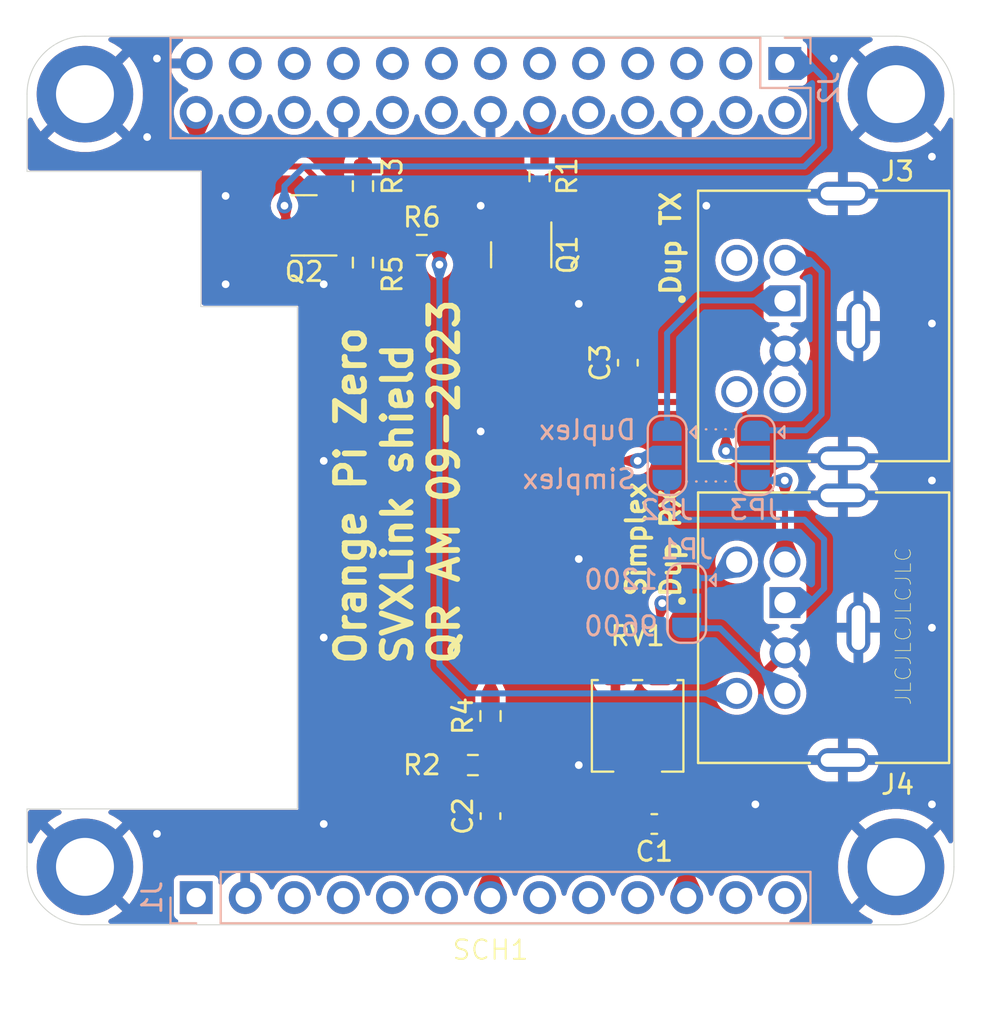
<source format=kicad_pcb>
(kicad_pcb (version 20221018) (generator pcbnew)
  (title_block (title "Shield OrangePi zero SvxLink") (date "2023-10-15") (rev "1.0") (comment 1 "Authors: Quentin Rahms, Alexis Moyart"))
  (layers (0 "F.Cu" signal) (31 "B.Cu" signal) (34 "B.Paste" user) (35 "F.Paste" user) (36 "B.SilkS" user "B.Silkscreen") (37 "F.SilkS" user "F.Silkscreen") (38 "B.Mask" user) (39 "F.Mask" user) (44 "Edge.Cuts" user))
  (net 0 "")
  (net 1 "Net-(C1-Pad2)")
  (net 2 "/AUDIO_IN")
  (net 3 "Net-(C2-Pad2)")
  (net 4 "/AUDIO_OUT")
  (net 5 "Net-(JP3-C)")
  (net 16 "+3.3V")
  (net 19 "/SQUELCH")
  (net 26 "/PTT")
  (net 37 "Net-(JP2-A)")
  (net 38 "Net-(JP3-A)")
  (net 42 "Net-(JP2-B)")
  (net 43 "Net-(JP3-B)")
  (net 44 "Net-(J4-Pad6)")
  (net 45 "GND")
  (net 46 "Net-(JP2-C)")
  (net 47 "Net-(Q1-B)")
  (net 48 "Net-(Q2-B)")
  (net 49 "Net-(JP1-B)")
  (net 50 "Net-(JP1-A)")
  (net 51 "Net-(JP1-C)")
  (footprint "Resistor_SMD:R_0603_1608Metric_Pad0.98x0.95mm_HandSolder" (layer "F.Cu") (at 157.48 101.092 90)
    (fp_text reference "R4" (at 0 -1.43 90) (layer "F.SilkS"))
    (fp_text value "10k")
    (fp_line (start -0.254724 -0.5225) (end 0.254724 -0.5225) (stroke (width 0.12)) (layer "F.SilkS"))
    (fp_line (start -0.254724 0.5225) (end 0.254724 0.5225) (stroke (width 0.12)) (layer "F.SilkS"))
    (pad "1" smd roundrect (at -0.9125 0 90) (size 0.975 0.95) (layers "F.Cu" "F.Paste" "F.Mask") (net 3 "Net-(C2-Pad2)"))
    (pad "2" smd roundrect (at 0.9125 0 90) (size 0.975 0.95) (layers "F.Cu" "F.Paste" "F.Mask") (net 46 "Net-(JP2-C)"))
  )
  (footprint "Resistor_SMD:R_0603_1608Metric_Pad0.98x0.95mm_HandSolder" (layer "F.Cu") (at 153.924 76.708)
    (fp_text reference "R6" (at 0 -1.43) (layer "F.SilkS"))
    (fp_text value "56k")
    (fp_line (start -0.254724 -0.5225) (end 0.254724 -0.5225) (stroke (width 0.12)) (layer "F.SilkS"))
    (fp_line (start -0.254724 0.5225) (end 0.254724 0.5225) (stroke (width 0.12)) (layer "F.SilkS"))
    (pad "1" smd roundrect (at -0.9125 0) (size 0.975 0.95) (layers "F.Cu" "F.Paste" "F.Mask") (net 48 "Net-(Q2-B)"))
    (pad "2" smd roundrect (at 0.9125 0) (size 0.975 0.95) (layers "F.Cu" "F.Paste" "F.Mask") (net 44 "Net-(J4-Pad6)"))
  )
  (footprint "Capacitor_SMD:C_0603_1608Metric_Pad1.08x0.95mm_HandSolder" (layer "F.Cu") (at 157.48 106.2725 90)
    (fp_text reference "C2" (at 0 -1.43 90) (layer "F.SilkS"))
    (fp_text value "470n")
    (fp_line (start -0.146267 -0.51) (end 0.146267 -0.51) (stroke (width 0.12)) (layer "F.SilkS"))
    (fp_line (start -0.146267 0.51) (end 0.146267 0.51) (stroke (width 0.12)) (layer "F.SilkS"))
    (pad "1" smd roundrect (at -0.8625 0 90) (size 1.075 0.95) (layers "F.Cu" "F.Paste" "F.Mask") (net 4 "/AUDIO_OUT"))
    (pad "2" smd roundrect (at 0.8625 0 90) (size 1.075 0.95) (layers "F.Cu" "F.Paste" "F.Mask") (net 3 "Net-(C2-Pad2)"))
  )
  (footprint "Resistor_SMD:R_0603_1608Metric_Pad0.98x0.95mm_HandSolder" (layer "F.Cu") (at 150.876 77.6205 -90)
    (fp_text reference "R5" (at 0.6115 -1.524 90) (layer "F.SilkS"))
    (fp_text value "220k")
    (fp_line (start -0.254724 -0.5225) (end 0.254724 -0.5225) (stroke (width 0.12)) (layer "F.SilkS"))
    (fp_line (start -0.254724 0.5225) (end 0.254724 0.5225) (stroke (width 0.12)) (layer "F.SilkS"))
    (pad "1" smd roundrect (at -0.9125 0 270) (size 0.975 0.95) (layers "F.Cu" "F.Paste" "F.Mask") (net 48 "Net-(Q2-B)"))
    (pad "2" smd roundrect (at 0.9125 0 270) (size 0.975 0.95) (layers "F.Cu" "F.Paste" "F.Mask") (net 45 "GND"))
  )
  (footprint "Orange-Pi-radio:DS1093-01" (layer "F.Cu") (at 176.53 96.52 90)
    (fp_text reference "J4" (at -8.128 2.032 180) (layer "F.SilkS"))
    (fp_text value "DS1093-01" hide)
    (fp_line (start -7 -8.3) (end 7 -8.3) (stroke (width 0.127)) (layer "F.SilkS"))
    (fp_line (start -7 -2.515) (end -7 -8.3) (stroke (width 0.127)) (layer "F.SilkS"))
    (fp_line (start -7 4.7) (end -7 0.915) (stroke (width 0.127)) (layer "F.SilkS"))
    (fp_line (start 7 -8.3) (end 7 -2.515) (stroke (width 0.127)) (layer "F.SilkS"))
    (fp_line (start 7 4.7) (end -7 4.7) (stroke (width 0.127)) (layer "F.SilkS"))
    (fp_line (start 7 4.7) (end 7 0.915) (stroke (width 0.127)) (layer "F.SilkS"))
    (fp_circle (center 1.384 -9.134) (end 1.484 -9.134) (stroke (width 0.2)) (fill none) (layer "F.SilkS"))
    (pad "1" thru_hole rect (at 1.3 -3.8 90) (size 1.6 1.6) (drill 1.1) (layers "*.Cu" "*.Mask") (net 42 "Net-(JP2-B)"))
    (pad "2" thru_hole circle (at -1.3 -3.8 90) (size 1.6 1.6) (drill 1.1) (layers "*.Cu" "*.Mask") (net 45 "GND"))
    (pad "3" thru_hole circle (at 3.4 -3.8 90) (size 1.6 1.6) (drill 1.1) (layers "*.Cu" "*.Mask") (net 43 "Net-(JP3-B)"))
    (pad "4" thru_hole circle (at -3.4 -3.8 90) (size 1.6 1.6) (drill 1.1) (layers "*.Cu" "*.Mask") (net 49 "Net-(JP1-B)"))
    (pad "5" thru_hole circle (at 3.4 -6.3 90) (size 1.6 1.6) (drill 1.1) (layers "*.Cu" "*.Mask") (net 50 "Net-(JP1-A)"))
    (pad "6" thru_hole circle (at -3.4 -6.3 90) (size 1.6 1.6) (drill 1.1) (layers "*.Cu" "*.Mask") (net 44 "Net-(J4-Pad6)"))
    (pad "S1" thru_hole oval (at 0 0 90) (size 2.73 1.23) (drill oval 2.3 0.7) (layers "*.Cu" "*.Mask") (net 45 "GND"))
    (pad "S2" thru_hole oval (at -6.85 -0.8 90) (size 1.23 2.73) (drill oval 0.7 2.3) (layers "*.Cu" "*.Mask") (net 45 "GND"))
    (pad "S3" thru_hole oval (at 6.85 -0.8 90) (size 1.23 2.73) (drill oval 0.7 2.3) (layers "*.Cu" "*.Mask") (net 45 "GND"))
  )
  (footprint "Orange-Pi-radio:OPi0_schield" (layer "F.Cu") (at 157.48 88.9)
    (fp_text reference "SCH1" (at 0 24.3 unlocked) (layer "F.SilkS") (effects (font (thickness 0.1))))
    (fp_text value "~")
    (fp_line (start -24 -20) (end -24 -16) (stroke (width 0.05)) (layer "Edge.Cuts"))
    (fp_line (start -24 -16) (end -15 -16) (stroke (width 0.05)) (layer "Edge.Cuts"))
    (fp_line (start -24 17) (end -10 17) (stroke (width 0.05)) (layer "Edge.Cuts"))
    (fp_line (start -24 20) (end -24 17) (stroke (width 0.05)) (layer "Edge.Cuts"))
    (fp_line (start -15 -16) (end -15 -9) (stroke (width 0.05)) (layer "Edge.Cuts"))
    (fp_line (start -15 -9) (end -10 -9) (stroke (width 0.05)) (layer "Edge.Cuts"))
    (fp_line (start -10 -9) (end -10 17) (stroke (width 0.05)) (layer "Edge.Cuts"))
    (fp_line (start 21 -23) (end -21 -23) (stroke (width 0.05)) (layer "Edge.Cuts"))
    (fp_line (start 21 23) (end -21 23) (stroke (width 0.05)) (layer "Edge.Cuts"))
    (fp_line (start 24 -20) (end 24 20) (stroke (width 0.05)) (layer "Edge.Cuts"))
    (fp_arc (start -24 -20) (mid -23.12132 -22.12132) (end -21 -23) (stroke (width 0.05)) (layer "Edge.Cuts"))
    (fp_arc (start -21 23) (mid -23.12132 22.12132) (end -24 20) (stroke (width 0.05)) (layer "Edge.Cuts"))
    (fp_arc (start 21 -23) (mid 23.12132 -22.12132) (end 24 -20) (stroke (width 0.05)) (layer "Edge.Cuts"))
    (fp_arc (start 24 20) (mid 23.12132 22.12132) (end 21 23) (stroke (width 0.05)) (layer "Edge.Cuts"))
    (pad "MH" thru_hole circle (at -21 -20) (size 5 5) (drill 3) (layers "*.Cu" "*.Mask") (net 45 "GND"))
    (pad "MH" thru_hole circle (at -21 20) (size 5 5) (drill 3) (layers "*.Cu" "*.Mask") (net 45 "GND"))
    (pad "MH" thru_hole circle (at 21 -20) (size 5 5) (drill 3) (layers "*.Cu" "*.Mask") (net 45 "GND"))
    (pad "MH" thru_hole circle (at 21 20) (size 5 5) (drill 3) (layers "*.Cu" "*.Mask") (net 45 "GND"))
    (zone (net 0) (net_name "") (layers "*.Cu") (connect_pads (clearance 0)) (min_thickness 0.25)
      (keepout (tracks not_allowed) (vias not_allowed) (pads not_allowed) (copperpour not_allowed) (footprints not_allowed))
      (fill (thermal_gap 0.5) (thermal_bridge_width 0.5))
      (polygon (pts (xy 133.48 72.9) (xy 142.48 72.9) (xy 142.48 79.9) (xy 147.48 79.9) (xy 147.48 105.9) (xy 133.48 105.9)))
    )
  )
  (footprint "Resistor_SMD:R_0603_1608Metric_Pad0.98x0.95mm_HandSolder" (layer "F.Cu") (at 156.5675 103.632 180)
    (fp_text reference "R2" (at 2.6435 0) (layer "F.SilkS"))
    (fp_text value "1k")
    (fp_line (start -0.254724 -0.5225) (end 0.254724 -0.5225) (stroke (width 0.12)) (layer "F.SilkS"))
    (fp_line (start -0.254724 0.5225) (end 0.254724 0.5225) (stroke (width 0.12)) (layer "F.SilkS"))
    (pad "1" smd roundrect (at -0.9125 0 180) (size 0.975 0.95) (layers "F.Cu" "F.Paste" "F.Mask") (net 3 "Net-(C2-Pad2)"))
    (pad "2" smd roundrect (at 0.9125 0 180) (size 0.975 0.95) (layers "F.Cu" "F.Paste" "F.Mask") (net 45 "GND"))
  )
  (footprint "Resistor_SMD:R_0603_1608Metric_Pad0.98x0.95mm_HandSolder" (layer "F.Cu") (at 150.876 73.66 90)
    (fp_text reference "R3" (at 0.508 1.524 90) (layer "F.SilkS"))
    (fp_text value "47k")
    (fp_line (start -0.254724 -0.5225) (end 0.254724 -0.5225) (stroke (width 0.12)) (layer "F.SilkS"))
    (fp_line (start -0.254724 0.5225) (end 0.254724 0.5225) (stroke (width 0.12)) (layer "F.SilkS"))
    (pad "1" smd roundrect (at -0.9125 0 90) (size 0.975 0.95) (layers "F.Cu" "F.Paste" "F.Mask") (net 19 "/SQUELCH"))
    (pad "2" smd roundrect (at 0.9125 0 90) (size 0.975 0.95) (layers "F.Cu" "F.Paste" "F.Mask") (net 45 "GND"))
  )
  (footprint "Orange-Pi-radio:DS1093-01" (layer "F.Cu") (at 176.53 80.9 90)
    (fp_text reference "J3" (at 8.002 2.032 180) (layer "F.SilkS"))
    (fp_text value "DS1093-01" hide)
    (fp_line (start -7 -8.3) (end 7 -8.3) (stroke (width 0.127)) (layer "F.SilkS"))
    (fp_line (start -7 -2.515) (end -7 -8.3) (stroke (width 0.127)) (layer "F.SilkS"))
    (fp_line (start -7 4.7) (end -7 0.915) (stroke (width 0.127)) (layer "F.SilkS"))
    (fp_line (start 7 -8.3) (end 7 -2.515) (stroke (width 0.127)) (layer "F.SilkS"))
    (fp_line (start 7 4.7) (end -7 4.7) (stroke (width 0.127)) (layer "F.SilkS"))
    (fp_line (start 7 4.7) (end 7 0.915) (stroke (width 0.127)) (layer "F.SilkS"))
    (fp_circle (center 1.384 -9.134) (end 1.484 -9.134) (stroke (width 0.2)) (fill none) (layer "F.SilkS"))
    (pad "1" thru_hole rect (at 1.3 -3.8 90) (size 1.6 1.6) (drill 1.1) (layers "*.Cu" "*.Mask") (net 37 "Net-(JP2-A)"))
    (pad "2" thru_hole circle (at -1.3 -3.8 90) (size 1.6 1.6) (drill 1.1) (layers "*.Cu" "*.Mask") (net 45 "GND"))
    (pad "3" thru_hole circle (at 3.4 -3.8 90) (size 1.6 1.6) (drill 1.1) (layers "*.Cu" "*.Mask") (net 38 "Net-(JP3-A)"))
    (pad "4" thru_hole circle (at -3.4 -3.8 90) (size 1.6 1.6) (drill 1.1) (layers "*.Cu" "*.Mask"))
    (pad "5" thru_hole circle (at 3.4 -6.3 90) (size 1.6 1.6) (drill 1.1) (layers "*.Cu" "*.Mask"))
    (pad "6" thru_hole circle (at -3.4 -6.3 90) (size 1.6 1.6) (drill 1.1) (layers "*.Cu" "*.Mask"))
    (pad "S1" thru_hole oval (at 0 0 90) (size 2.73 1.23) (drill oval 2.3 0.7) (layers "*.Cu" "*.Mask") (net 45 "GND"))
    (pad "S2" thru_hole oval (at -6.85 -0.8 90) (size 1.23 2.73) (drill oval 0.7 2.3) (layers "*.Cu" "*.Mask") (net 45 "GND"))
    (pad "S3" thru_hole oval (at 6.85 -0.8 90) (size 1.23 2.73) (drill oval 0.7 2.3) (layers "*.Cu" "*.Mask") (net 45 "GND"))
  )
  (footprint "Resistor_SMD:R_0603_1608Metric_Pad0.98x0.95mm_HandSolder" (layer "F.Cu") (at 160.02 73.152 -90)
    (fp_text reference "R1" (at 0 -1.43 90) (layer "F.SilkS"))
    (fp_text value "1k")
    (fp_line (start -0.254724 -0.5225) (end 0.254724 -0.5225) (stroke (width 0.12)) (layer "F.SilkS"))
    (fp_line (start -0.254724 0.5225) (end 0.254724 0.5225) (stroke (width 0.12)) (layer "F.SilkS"))
    (pad "1" smd roundrect (at -0.9125 0 270) (size 0.975 0.95) (layers "F.Cu" "F.Paste" "F.Mask") (net 26 "/PTT"))
    (pad "2" smd roundrect (at 0.9125 0 270) (size 0.975 0.95) (layers "F.Cu" "F.Paste" "F.Mask") (net 47 "Net-(Q1-B)"))
  )
  (footprint "Package_TO_SOT_SMD:SOT-23" (layer "F.Cu") (at 159.07 77.216 -90)
    (fp_text reference "Q1" (at 0 -2.4 90) (layer "F.SilkS"))
    (fp_text value "BC846")
    (fp_line (start 0 -1.56) (end -1.675 -1.56) (stroke (width 0.12)) (layer "F.SilkS"))
    (fp_line (start 0 -1.56) (end 0.65 -1.56) (stroke (width 0.12)) (layer "F.SilkS"))
    (fp_line (start 0 1.56) (end -0.65 1.56) (stroke (width 0.12)) (layer "F.SilkS"))
    (fp_line (start 0 1.56) (end 0.65 1.56) (stroke (width 0.12)) (layer "F.SilkS"))
    (pad "1" smd roundrect (at -0.9375 -0.95 270) (size 1.475 0.6) (layers "F.Cu" "F.Paste" "F.Mask") (net 47 "Net-(Q1-B)"))
    (pad "2" smd roundrect (at -0.9375 0.95 270) (size 1.475 0.6) (layers "F.Cu" "F.Paste" "F.Mask") (net 45 "GND"))
    (pad "3" smd roundrect (at 0.9375 0 270) (size 1.475 0.6) (layers "F.Cu" "F.Paste" "F.Mask") (net 5 "Net-(JP3-C)"))
  )
  (footprint "Potentiometer_SMD:Potentiometer_Bourns_3314G_Vertical" (layer "F.Cu") (at 165.1 101.6)
    (fp_text reference "RV1" (at 0 -4.65) (layer "F.SilkS"))
    (fp_text value "10k")
    (fp_line (start -2.37 -2.37) (end -2.37 2.37) (stroke (width 0.12)) (layer "F.SilkS"))
    (fp_line (start -2.37 -2.37) (end -2.06 -2.37) (stroke (width 0.12)) (layer "F.SilkS"))
    (fp_line (start -2.37 2.37) (end -1.26 2.37) (stroke (width 0.12)) (layer "F.SilkS"))
    (fp_line (start -0.24 -2.37) (end 0.24 -2.37) (stroke (width 0.12)) (layer "F.SilkS"))
    (fp_line (start 1.26 2.37) (end 2.37 2.37) (stroke (width 0.12)) (layer "F.SilkS"))
    (fp_line (start 2.06 -2.37) (end 2.37 -2.37) (stroke (width 0.12)) (layer "F.SilkS"))
    (fp_line (start 2.37 -2.37) (end 2.37 2.37) (stroke (width 0.12)) (layer "F.SilkS"))
    (pad "1" smd roundrect (at -1.15 -2.75) (size 1.3 1.3) (layers "F.Cu" "F.Paste" "F.Mask") (roundrect_rratio 0.1923076923) (net 45 "GND"))
    (pad "2" smd roundrect (at 0 2.75) (size 2 1.3) (layers "F.Cu" "F.Paste" "F.Mask") (roundrect_rratio 0.1923076923) (net 1 "Net-(C1-Pad2)"))
    (pad "3" smd roundrect (at 1.15 -2.75) (size 1.3 1.3) (layers "F.Cu" "F.Paste" "F.Mask") (roundrect_rratio 0.1923076923) (net 51 "Net-(JP1-C)"))
  )
  (footprint "Package_TO_SOT_SMD:SOT-23" (layer "F.Cu") (at 147.828 75.692 180)
    (fp_text reference "Q2" (at 0 -2.4) (layer "F.SilkS"))
    (fp_text value "BC846")
    (fp_line (start 0 -1.56) (end -1.675 -1.56) (stroke (width 0.12)) (layer "F.SilkS"))
    (fp_line (start 0 -1.56) (end 0.65 -1.56) (stroke (width 0.12)) (layer "F.SilkS"))
    (fp_line (start 0 1.56) (end -0.65 1.56) (stroke (width 0.12)) (layer "F.SilkS"))
    (fp_line (start 0 1.56) (end 0.65 1.56) (stroke (width 0.12)) (layer "F.SilkS"))
    (pad "1" smd roundrect (at -0.9375 -0.95 180) (size 1.475 0.6) (layers "F.Cu" "F.Paste" "F.Mask") (net 48 "Net-(Q2-B)"))
    (pad "2" smd roundrect (at -0.9375 0.95 180) (size 1.475 0.6) (layers "F.Cu" "F.Paste" "F.Mask") (net 19 "/SQUELCH"))
    (pad "3" smd roundrect (at 0.9375 0 180) (size 1.475 0.6) (layers "F.Cu" "F.Paste" "F.Mask") (net 16 "+3.3V"))
  )
  (footprint "Capacitor_SMD:C_0603_1608Metric_Pad1.08x0.95mm_HandSolder" (layer "F.Cu") (at 165.9625 106.68 180)
    (fp_text reference "C1" (at 0 -1.43) (layer "F.SilkS"))
    (fp_text value "470n")
    (fp_line (start -0.146267 -0.51) (end 0.146267 -0.51) (stroke (width 0.12)) (layer "F.SilkS"))
    (fp_line (start -0.146267 0.51) (end 0.146267 0.51) (stroke (width 0.12)) (layer "F.SilkS"))
    (pad "1" smd roundrect (at -0.8625 0 180) (size 1.075 0.95) (layers "F.Cu" "F.Paste" "F.Mask") (net 2 "/AUDIO_IN"))
    (pad "2" smd roundrect (at 0.8625 0 180) (size 1.075 0.95) (layers "F.Cu" "F.Paste" "F.Mask") (net 1 "Net-(C1-Pad2)"))
  )
  (footprint "Capacitor_SMD:C_0603_1608Metric_Pad1.08x0.95mm_HandSolder" (layer "F.Cu") (at 164.592 82.804 90)
    (fp_text reference "C3" (at 0 -1.43 90) (layer "F.SilkS"))
    (fp_text value "10n")
    (fp_line (start -0.146267 -0.51) (end 0.146267 -0.51) (stroke (width 0.12)) (layer "F.SilkS"))
    (fp_line (start -0.146267 0.51) (end 0.146267 0.51) (stroke (width 0.12)) (layer "F.SilkS"))
    (pad "1" smd roundrect (at -0.8625 0 90) (size 1.075 0.95) (layers "F.Cu" "F.Paste" "F.Mask") (net 5 "Net-(JP3-C)"))
    (pad "2" smd roundrect (at 0.8625 0 90) (size 1.075 0.95) (layers "F.Cu" "F.Paste" "F.Mask") (net 45 "GND"))
  )
  (footprint "Jumper:SolderJumper-3_P1.3mm_Bridged12_RoundedPad1.0x1.5mm" (layer "B.Cu") (at 167.64 95.25 -90)
    (fp_text reference "JP1" (at -2.794 0 -180) (layer "B.SilkS") (effects (justify mirror)))
    (fp_text value "SB_RXA")
    (fp_poly (pts (xy -0.9 0.3) (xy -0.4 0.3) (xy -0.4 -0.3) (xy -0.9 -0.3)) (fill solid) (layer "B.Cu"))
    (fp_line (start -2.05 -0.3) (end -2.05 0.3) (stroke (width 0.12)) (layer "B.SilkS"))
    (fp_line (start -1.5 -1.5) (end -0.9 -1.5) (stroke (width 0.12)) (layer "B.SilkS"))
    (fp_line (start -1.4 1) (end 1.4 1) (stroke (width 0.12)) (layer "B.SilkS"))
    (fp_line (start -1.2 -1.2) (end -1.5 -1.5) (stroke (width 0.12)) (layer "B.SilkS"))
    (fp_line (start -1.2 -1.2) (end -0.9 -1.5) (stroke (width 0.12)) (layer "B.SilkS"))
    (fp_line (start 1.4 -1) (end -1.4 -1) (stroke (width 0.12)) (layer "B.SilkS"))
    (fp_line (start 2.05 0.3) (end 2.05 -0.3) (stroke (width 0.12)) (layer "B.SilkS"))
    (fp_arc (start -2.05 -0.3) (mid -1.844975 -0.794975) (end -1.35 -1) (stroke (width 0.12)) (layer "B.SilkS"))
    (fp_arc (start -1.35 1) (mid -1.844975 0.794975) (end -2.05 0.3) (stroke (width 0.12)) (layer "B.SilkS"))
    (fp_arc (start 1.35 -1) (mid 1.844975 -0.794975) (end 2.05 -0.3) (stroke (width 0.12)) (layer "B.SilkS"))
    (fp_arc (start 2.05 0.3) (mid 1.844975 0.794975) (end 1.35 1) (stroke (width 0.12)) (layer "B.SilkS"))
    (pad "1" smd custom (at -1.3 0 270) (size 1 0.5) (layers "B.Cu" "B.Mask") (net 50 "Net-(JP1-A)") (options (clearance outline) (anchor rect)) (primitives (gr_circle (center 0 -0.25) (end 0.5 -0.25) (width 0) (fill yes)) (gr_circle (center 0 0.25) (end 0.5 0.25) (width 0) (fill yes)) (gr_poly (pts (xy 0.55 -0.75) (xy 0 -0.75) (xy 0 0.75) (xy 0.55 0.75)) (width 0) (fill yes))))
    (pad "2" smd rect (at 0 0 270) (size 1 1.5) (layers "B.Cu" "B.Mask") (net 51 "Net-(JP1-C)"))
    (pad "3" smd custom (at 1.3 0 270) (size 1 0.5) (layers "B.Cu" "B.Mask") (net 49 "Net-(JP1-B)") (options (clearance outline) (anchor rect)) (primitives (gr_circle (center 0 -0.25) (end 0.5 -0.25) (width 0) (fill yes)) (gr_circle (center 0 0.25) (end 0.5 0.25) (width 0) (fill yes)) (gr_poly (pts (xy 0 -0.75) (xy -0.55 -0.75) (xy -0.55 0.75) (xy 0 0.75)) (width 0) (fill yes))))
  )
  (footprint "Connector_PinSocket_2.54mm:PinSocket_2x13_P2.54mm_Vertical" (layer "B.Cu") (at 172.72 67.31 90)
    (fp_text reference "J2" (at -1.27 2.286 90) (layer "B.SilkS") (effects (justify mirror)))
    (fp_text value "OPi0_02x13")
    (fp_line (start -3.87 -31.81) (end 1.33 -31.81) (stroke (width 0.12)) (layer "B.SilkS"))
    (fp_line (start -3.87 1.33) (end -3.87 -31.81) (stroke (width 0.12)) (layer "B.SilkS"))
    (fp_line (start -3.87 1.33) (end -1.27 1.33) (stroke (width 0.12)) (layer "B.SilkS"))
    (fp_line (start -1.27 -1.27) (end 1.33 -1.27) (stroke (width 0.12)) (layer "B.SilkS"))
    (fp_line (start -1.27 1.33) (end -1.27 -1.27) (stroke (width 0.12)) (layer "B.SilkS"))
    (fp_line (start 0 1.33) (end 1.33 1.33) (stroke (width 0.12)) (layer "B.SilkS"))
    (fp_line (start 1.33 -1.27) (end 1.33 -31.81) (stroke (width 0.12)) (layer "B.SilkS"))
    (fp_line (start 1.33 1.33) (end 1.33 0) (stroke (width 0.12)) (layer "B.SilkS"))
    (pad "1" thru_hole rect (at 0 0 90) (size 1.7 1.7) (drill 1) (layers "*.Cu" "*.Mask") (net 16 "+3.3V"))
    (pad "2" thru_hole oval (at -2.54 0 90) (size 1.7 1.7) (drill 1) (layers "*.Cu" "*.Mask"))
    (pad "3" thru_hole oval (at 0 -2.54 90) (size 1.7 1.7) (drill 1) (layers "*.Cu" "*.Mask"))
    (pad "4" thru_hole oval (at -2.54 -2.54 90) (size 1.7 1.7) (drill 1) (layers "*.Cu" "*.Mask"))
    (pad "5" thru_hole oval (at 0 -5.08 90) (size 1.7 1.7) (drill 1) (layers "*.Cu" "*.Mask"))
    (pad "6" thru_hole oval (at -2.54 -5.08 90) (size 1.7 1.7) (drill 1) (layers "*.Cu" "*.Mask") (net 45 "GND"))
    (pad "7" thru_hole oval (at 0 -7.62 90) (size 1.7 1.7) (drill 1) (layers "*.Cu" "*.Mask"))
    (pad "8" thru_hole oval (at -2.54 -7.62 90) (size 1.7 1.7) (drill 1) (layers "*.Cu" "*.Mask"))
    (pad "9" thru_hole oval (at 0 -10.16 90) (size 1.7 1.7) (drill 1) (layers "*.Cu" "*.Mask") (net 45 "GND"))
    (pad "10" thru_hole oval (at -2.54 -10.16 90) (size 1.7 1.7) (drill 1) (layers "*.Cu" "*.Mask"))
    (pad "11" thru_hole oval (at 0 -12.7 90) (size 1.7 1.7) (drill 1) (layers "*.Cu" "*.Mask"))
    (pad "12" thru_hole oval (at -2.54 -12.7 90) (size 1.7 1.7) (drill 1) (layers "*.Cu" "*.Mask") (net 26 "/PTT"))
    (pad "13" thru_hole oval (at 0 -15.24 90) (size 1.7 1.7) (drill 1) (layers "*.Cu" "*.Mask"))
    (pad "14" thru_hole oval (at -2.54 -15.24 90) (size 1.7 1.7) (drill 1) (layers "*.Cu" "*.Mask") (net 45 "GND"))
    (pad "15" thru_hole oval (at 0 -17.78 90) (size 1.7 1.7) (drill 1) (layers "*.Cu" "*.Mask"))
    (pad "16" thru_hole oval (at -2.54 -17.78 90) (size 1.7 1.7) (drill 1) (layers "*.Cu" "*.Mask"))
    (pad "17" thru_hole oval (at 0 -20.32 90) (size 1.7 1.7) (drill 1) (layers "*.Cu" "*.Mask"))
    (pad "18" thru_hole oval (at -2.54 -20.32 90) (size 1.7 1.7) (drill 1) (layers "*.Cu" "*.Mask"))
    (pad "19" thru_hole oval (at 0 -22.86 90) (size 1.7 1.7) (drill 1) (layers "*.Cu" "*.Mask"))
    (pad "20" thru_hole oval (at -2.54 -22.86 90) (size 1.7 1.7) (drill 1) (layers "*.Cu" "*.Mask") (net 45 "GND"))
    (pad "21" thru_hole oval (at 0 -25.4 90) (size 1.7 1.7) (drill 1) (layers "*.Cu" "*.Mask"))
    (pad "22" thru_hole oval (at -2.54 -25.4 90) (size 1.7 1.7) (drill 1) (layers "*.Cu" "*.Mask"))
    (pad "23" thru_hole oval (at 0 -27.94 90) (size 1.7 1.7) (drill 1) (layers "*.Cu" "*.Mask"))
    (pad "24" thru_hole oval (at -2.54 -27.94 90) (size 1.7 1.7) (drill 1) (layers "*.Cu" "*.Mask"))
    (pad "25" thru_hole oval (at 0 -30.48 90) (size 1.7 1.7) (drill 1) (layers "*.Cu" "*.Mask") (net 45 "GND"))
    (pad "26" thru_hole oval (at -2.54 -30.48 90) (size 1.7 1.7) (drill 1) (layers "*.Cu" "*.Mask") (net 19 "/SQUELCH"))
  )
  (footprint "Connector_PinSocket_2.54mm:PinSocket_1x13_P2.54mm_Vertical" (layer "B.Cu") (at 142.24 110.49 -90)
    (fp_text reference "J1" (at 0 2.286 90) (layer "B.SilkS") (effects (justify mirror)))
    (fp_text value "OPi0_01x13")
    (fp_line (start -1.33 -31.81) (end 1.33 -31.81) (stroke (width 0.12)) (layer "B.SilkS"))
    (fp_line (start -1.33 -1.27) (end -1.33 -31.81) (stroke (width 0.12)) (layer "B.SilkS"))
    (fp_line (start -1.33 -1.27) (end 1.33 -1.27) (stroke (width 0.12)) (layer "B.SilkS"))
    (fp_line (start 0 1.33) (end 1.33 1.33) (stroke (width 0.12)) (layer "B.SilkS"))
    (fp_line (start 1.33 -1.27) (end 1.33 -31.81) (stroke (width 0.12)) (layer "B.SilkS"))
    (fp_line (start 1.33 1.33) (end 1.33 0) (stroke (width 0.12)) (layer "B.SilkS"))
    (pad "1" thru_hole rect (at 0 0 270) (size 1.7 1.7) (drill 1) (layers "*.Cu" "*.Mask"))
    (pad "2" thru_hole oval (at 0 -2.54 270) (size 1.7 1.7) (drill 1) (layers "*.Cu" "*.Mask") (net 45 "GND"))
    (pad "3" thru_hole oval (at 0 -5.08 270) (size 1.7 1.7) (drill 1) (layers "*.Cu" "*.Mask"))
    (pad "4" thru_hole oval (at 0 -7.62 270) (size 1.7 1.7) (drill 1) (layers "*.Cu" "*.Mask"))
    (pad "5" thru_hole oval (at 0 -10.16 270) (size 1.7 1.7) (drill 1) (layers "*.Cu" "*.Mask"))
    (pad "6" thru_hole oval (at 0 -12.7 270) (size 1.7 1.7) (drill 1) (layers "*.Cu" "*.Mask"))
    (pad "7" thru_hole oval (at 0 -15.24 270) (size 1.7 1.7) (drill 1) (layers "*.Cu" "*.Mask") (net 4 "/AUDIO_OUT"))
    (pad "8" thru_hole oval (at 0 -17.78 270) (size 1.7 1.7) (drill 1) (layers "*.Cu" "*.Mask"))
    (pad "9" thru_hole oval (at 0 -20.32 270) (size 1.7 1.7) (drill 1) (layers "*.Cu" "*.Mask"))
    (pad "10" thru_hole oval (at 0 -22.86 270) (size 1.7 1.7) (drill 1) (layers "*.Cu" "*.Mask"))
    (pad "11" thru_hole oval (at 0 -25.4 270) (size 1.7 1.7) (drill 1) (layers "*.Cu" "*.Mask") (net 2 "/AUDIO_IN"))
    (pad "12" thru_hole oval (at 0 -27.94 270) (size 1.7 1.7) (drill 1) (layers "*.Cu" "*.Mask"))
    (pad "13" thru_hole oval (at 0 -30.48 270) (size 1.7 1.7) (drill 1) (layers "*.Cu" "*.Mask"))
  )
  (footprint "Jumper:SolderJumper-3_P1.3mm_Open_RoundedPad1.0x1.5mm" (layer "B.Cu") (at 171.196 87.6 -90)
    (fp_text reference "JP3" (at 2.824 0 -180) (layer "B.SilkS") (effects (justify mirror)))
    (fp_text value "SB_PTT")
    (fp_line (start -2.05 -0.3) (end -2.05 0.3) (stroke (width 0.12)) (layer "B.SilkS"))
    (fp_line (start -1.5 -1.5) (end -0.9 -1.5) (stroke (width 0.12)) (layer "B.SilkS"))
    (fp_line (start -1.4 1) (end 1.4 1) (stroke (width 0.12)) (layer "B.SilkS"))
    (fp_line (start -1.2 -1.2) (end -1.5 -1.5) (stroke (width 0.12)) (layer "B.SilkS"))
    (fp_line (start -1.2 -1.2) (end -0.9 -1.5) (stroke (width 0.12)) (layer "B.SilkS"))
    (fp_line (start 1.4 -1) (end -1.4 -1) (stroke (width 0.12)) (layer "B.SilkS"))
    (fp_line (start 2.05 0.3) (end 2.05 -0.3) (stroke (width 0.12)) (layer "B.SilkS"))
    (fp_arc (start -2.05 -0.3) (mid -1.844975 -0.794975) (end -1.35 -1) (stroke (width 0.12)) (layer "B.SilkS"))
    (fp_arc (start -1.35 1) (mid -1.844975 0.794975) (end -2.05 0.3) (stroke (width 0.12)) (layer "B.SilkS"))
    (fp_arc (start 1.35 -1) (mid 1.844975 -0.794975) (end 2.05 -0.3) (stroke (width 0.12)) (layer "B.SilkS"))
    (fp_arc (start 2.05 0.3) (mid 1.844975 0.794975) (end 1.35 1) (stroke (width 0.12)) (layer "B.SilkS"))
    (pad "1" smd custom (at -1.3 0 270) (size 1 0.5) (layers "B.Cu" "B.Mask") (net 38 "Net-(JP3-A)") (options (clearance outline) (anchor rect)) (primitives (gr_circle (center 0 -0.25) (end 0.5 -0.25) (width 0) (fill yes)) (gr_circle (center 0 0.25) (end 0.5 0.25) (width 0) (fill yes)) (gr_poly (pts (xy 0.55 -0.75) (xy 0 -0.75) (xy 0 0.75) (xy 0.55 0.75)) (width 0) (fill yes))))
    (pad "2" smd rect (at 0 0 270) (size 1 1.5) (layers "B.Cu" "B.Mask") (net 5 "Net-(JP3-C)"))
    (pad "3" smd custom (at 1.3 0 270) (size 1 0.5) (layers "B.Cu" "B.Mask") (net 43 "Net-(JP3-B)") (options (clearance outline) (anchor rect)) (primitives (gr_circle (center 0 -0.25) (end 0.5 -0.25) (width 0) (fill yes)) (gr_circle (center 0 0.25) (end 0.5 0.25) (width 0) (fill yes)) (gr_poly (pts (xy 0 -0.75) (xy -0.55 -0.75) (xy -0.55 0.75) (xy 0 0.75)) (width 0) (fill yes))))
  )
  (footprint "Jumper:SolderJumper-3_P1.3mm_Open_RoundedPad1.0x1.5mm" (layer "B.Cu") (at 166.624 87.6 -90)
    (fp_text reference "JP2" (at 2.824 0 -180) (layer "B.SilkS") (effects (justify mirror)))
    (fp_text value "SB_TXA")
    (fp_line (start -2.05 -0.3) (end -2.05 0.3) (stroke (width 0.12)) (layer "B.SilkS"))
    (fp_line (start -1.5 -1.5) (end -0.9 -1.5) (stroke (width 0.12)) (layer "B.SilkS"))
    (fp_line (start -1.4 1) (end 1.4 1) (stroke (width 0.12)) (layer "B.SilkS"))
    (fp_line (start -1.2 -1.2) (end -1.5 -1.5) (stroke (width 0.12)) (layer "B.SilkS"))
    (fp_line (start -1.2 -1.2) (end -0.9 -1.5) (stroke (width 0.12)) (layer "B.SilkS"))
    (fp_line (start 1.4 -1) (end -1.4 -1) (stroke (width 0.12)) (layer "B.SilkS"))
    (fp_line (start 2.05 0.3) (end 2.05 -0.3) (stroke (width 0.12)) (layer "B.SilkS"))
    (fp_arc (start -2.05 -0.3) (mid -1.844975 -0.794975) (end -1.35 -1) (stroke (width 0.12)) (layer "B.SilkS"))
    (fp_arc (start -1.35 1) (mid -1.844975 0.794975) (end -2.05 0.3) (stroke (width 0.12)) (layer "B.SilkS"))
    (fp_arc (start 1.35 -1) (mid 1.844975 -0.794975) (end 2.05 -0.3) (stroke (width 0.12)) (layer "B.SilkS"))
    (fp_arc (start 2.05 0.3) (mid 1.844975 0.794975) (end 1.35 1) (stroke (width 0.12)) (layer "B.SilkS"))
    (pad "1" smd custom (at -1.3 0 270) (size 1 0.5) (layers "B.Cu" "B.Mask") (net 37 "Net-(JP2-A)") (options (clearance outline) (anchor rect)) (primitives (gr_circle (center 0 -0.25) (end 0.5 -0.25) (width 0) (fill yes)) (gr_circle (center 0 0.25) (end 0.5 0.25) (width 0) (fill yes)) (gr_poly (pts (xy 0.55 -0.75) (xy 0 -0.75) (xy 0 0.75) (xy 0.55 0.75)) (width 0) (fill yes))))
    (pad "2" smd rect (at 0 0 270) (size 1 1.5) (layers "B.Cu" "B.Mask") (net 46 "Net-(JP2-C)"))
    (pad "3" smd custom (at 1.3 0 270) (size 1 0.5) (layers "B.Cu" "B.Mask") (net 42 "Net-(JP2-B)") (options (clearance outline) (anchor rect)) (primitives (gr_circle (center 0 -0.25) (end 0.5 -0.25) (width 0) (fill yes)) (gr_circle (center 0 0.25) (end 0.5 0.25) (width 0) (fill yes)) (gr_poly (pts (xy 0 -0.75) (xy -0.55 -0.75) (xy -0.55 0.75) (xy 0 0.75)) (width 0) (fill yes))))
  )
  (gr_line (start 167.624 88.95) (end 170.196 88.95) (stroke (width 0.12) (type dot)) (layer "B.SilkS"))
  (gr_line (start 167.624 86.25) (end 170.196 86.25) (stroke (width 0.12) (type dot)) (layer "B.SilkS"))
  (gr_text "9600" (at 166.243 97.028) (layer "B.SilkS") (effects (font (size 1 1)) (justify left bottom mirror)))
  (gr_text "1200\n" (at 166.243 94.615) (layer "B.SilkS") (effects (font (size 1 1)) (justify left bottom mirror)))
  (gr_text "Simplex" (at 165.1 89.408) (layer "B.SilkS") (effects (font (size 1 1)) (justify left bottom mirror)))
  (gr_text "Duplex" (at 165.1 86.868) (layer "B.SilkS") (effects (font (size 1 1)) (justify left bottom mirror)))
  (gr_text "JLCJLCJLCJLC" (at 179.324 100.584 90) (layer "F.SilkS") (effects (font (size 0.8 0.8) (thickness 0.0375)) (justify left bottom)))
  (gr_text "Simplex" (at 165.608 94.996 90) (layer "F.SilkS") (effects (font (size 1 1) (thickness 0.2) bold) (justify left bottom)))
  (gr_text "Orange Pi Zero\nSVXLink shield\nQR AM 09-2023" (at 155.956 98.552 90) (layer "F.SilkS") (effects (font (size 1.5 1.5) (thickness 0.3) bold) (justify left bottom)))
  (gr_text "Dup RX" (at 167.396 95.036 90) (layer "F.SilkS") (effects (font (size 1 1) (thickness 0.2) bold) (justify left bottom)))
  (gr_text "Dup TX\n" (at 167.396 79.396 90) (layer "F.SilkS") (effects (font (size 1 1) (thickness 0.2) bold) (justify left bottom)))
  (segment (start 165.1 104.35) (end 165.1 106.68) (width 0.31) (layer "F.Cu") (net 1))
  (segment (start 167.64 107.495) (end 167.64 110.49) (width 0.31) (layer "F.Cu") (net 2))
  (segment (start 166.825 106.68) (end 167.64 107.495) (width 0.31) (layer "F.Cu") (net 2))
  (segment (start 157.48 102.0045) (end 157.48 103.632) (width 0.31) (layer "F.Cu") (net 3))
  (segment (start 157.48 103.632) (end 157.48 105.41) (width 0.31) (layer "F.Cu") (net 3))
  (segment (start 157.48 107.135) (end 157.48 110.49) (width 0.31) (layer "F.Cu") (net 4))
  (segment (start 159.07 83.378) (end 160.528 84.836) (width 0.31) (layer "F.Cu") (net 5))
  (segment (start 159.07 78.1535) (end 159.07 83.378) (width 0.31) (layer "F.Cu") (net 5))
  (segment (start 164.592 84.836) (end 168.148 84.836) (width 0.31) (layer "F.Cu") (net 5))
  (segment (start 164.592 83.6665) (end 164.592 84.836) (width 0.31) (layer "F.Cu") (net 5))
  (segment (start 160.528 84.836) (end 164.592 84.836) (width 0.31) (layer "F.Cu") (net 5))
  (segment (start 168.148 84.836) (end 169.672 86.36) (width 0.31) (layer "F.Cu") (net 5))
  (segment (start 169.672 86.36) (end 169.672 87.376) (width 0.31) (layer "F.Cu") (net 5))
  (via (at 169.672 87.376) (size 0.8) (drill 0.4) (layers "F.Cu" "B.Cu") (net 5))
  (segment (start 169.896 87.6) (end 169.672 87.376) (width 0.31) (layer "B.Cu") (net 5))
  (segment (start 171.196 87.6) (end 169.896 87.6) (width 0.31) (layer "B.Cu") (net 5))
  (segment (start 146.8905 75.692) (end 146.8905 74.7545) (width 0.31) (layer "F.Cu") (net 16))
  (segment (start 146.8905 74.7545) (end 146.812 74.676) (width 0.31) (layer "F.Cu") (net 16))
  (via (at 146.812 74.676) (size 0.8) (drill 0.4) (layers "F.Cu" "B.Cu") (net 16))
  (segment (start 174.752 71.628) (end 174.752 68.072) (width 0.31) (layer "B.Cu") (net 16))
  (segment (start 173.99 67.31) (end 172.72 67.31) (width 0.31) (layer "B.Cu") (net 16))
  (segment (start 174.752 68.072) (end 173.99 67.31) (width 0.31) (layer "B.Cu") (net 16))
  (segment (start 147.828 72.644) (end 173.736 72.644) (width 0.31) (layer "B.Cu") (net 16))
  (segment (start 146.812 74.676) (end 146.812 73.66) (width 0.31) (layer "B.Cu") (net 16))
  (segment (start 146.812 73.66) (end 147.828 72.644) (width 0.31) (layer "B.Cu") (net 16))
  (segment (start 173.736 72.644) (end 174.752 71.628) (width 0.31) (layer "B.Cu") (net 16))
  (segment (start 148.7655 74.742) (end 148.7655 73.5815) (width 0.31) (layer "F.Cu") (net 19))
  (segment (start 142.24 71.374) (end 142.24 69.85) (width 0.31) (layer "F.Cu") (net 19))
  (segment (start 143.51 72.644) (end 142.24 71.374) (width 0.31) (layer "F.Cu") (net 19))
  (segment (start 148.7655 74.742) (end 150.7065 74.742) (width 0.31) (layer "F.Cu") (net 19))
  (segment (start 148.7655 73.5815) (end 147.828 72.644) (width 0.31) (layer "F.Cu") (net 19))
  (segment (start 147.828 72.644) (end 143.51 72.644) (width 0.31) (layer "F.Cu") (net 19))
  (segment (start 150.7065 74.742) (end 150.876 74.5725) (width 0.31) (layer "F.Cu") (net 19))
  (segment (start 160.02 69.85) (end 160.02 72.2395) (width 0.31) (layer "F.Cu") (net 26))
  (segment (start 166.624 81.28) (end 166.624 86.3) (width 0.31) (layer "B.Cu") (net 37))
  (segment (start 172.73 79.58) (end 168.324 79.58) (width 0.31) (layer "B.Cu") (net 37))
  (segment (start 168.324 79.58) (end 166.624 81.28) (width 0.31) (layer "B.Cu") (net 37))
  (segment (start 174.625 78.105) (end 174 77.48) (width 0.31) (layer "B.Cu") (net 38))
  (segment (start 174.625 85.471) (end 174.625 78.105) (width 0.31) (layer "B.Cu") (net 38))
  (segment (start 173.796 86.3) (end 174.625 85.471) (width 0.31) (layer "B.Cu") (net 38))
  (segment (start 174 77.48) (end 172.73 77.48) (width 0.31) (layer "B.Cu") (net 38))
  (segment (start 171.196 86.3) (end 173.796 86.3) (width 0.31) (layer "B.Cu") (net 38))
  (segment (start 167.356 90.932) (end 173.736 90.932) (width 0.31) (layer "B.Cu") (net 42))
  (segment (start 166.624 90.2) (end 167.356 90.932) (width 0.31) (layer "B.Cu") (net 42))
  (segment (start 174.752 91.948) (end 174.752 94.488) (width 0.31) (layer "B.Cu") (net 42))
  (segment (start 173.736 90.932) (end 174.752 91.948) (width 0.31) (layer "B.Cu") (net 42))
  (segment (start 174.02 95.22) (end 172.73 95.22) (width 0.31) (layer "B.Cu") (net 42))
  (segment (start 166.624 88.9) (end 166.624 90.2) (width 0.31) (layer "B.Cu") (net 42))
  (segment (start 174.752 94.488) (end 174.02 95.22) (width 0.31) (layer "B.Cu") (net 42))
  (segment (start 172.73 93.12) (end 172.73 88.91) (width 0.31) (layer "F.Cu") (net 43))
  (segment (start 172.73 88.91) (end 172.72 88.9) (width 0.31) (layer "F.Cu") (net 43))
  (via (at 172.72 88.9) (size 0.8) (drill 0.4) (layers "F.Cu" "B.Cu") (net 43))
  (segment (start 172.72 88.9) (end 171.196 88.9) (width 0.31) (layer "B.Cu") (net 43))
  (segment (start 154.8365 77.724) (end 154.8365 76.708) (width 0.31) (layer "F.Cu") (net 44))
  (via (at 154.8365 77.724) (size 0.8) (drill 0.4) (layers "F.Cu" "B.Cu") (net 44))
  (segment (start 154.8365 77.724) (end 154.8365 98.4485) (width 0.31) (layer "B.Cu") (net 44))
  (segment (start 156.308 99.92) (end 170.23 99.92) (width 0.31) (layer "B.Cu") (net 44))
  (segment (start 154.8365 98.4485) (end 156.308 99.92) (width 0.31) (layer "B.Cu") (net 44))
  (via (at 148.844 87.884) (size 0.8) (drill 0.4) (layers "F.Cu" "B.Cu") (net 45))
  (via (at 175.26 67.056) (size 0.8) (drill 0.4) (layers "F.Cu" "B.Cu") (net 45))
  (via (at 143.764 78.74) (size 0.8) (drill 0.4) (layers "F.Cu" "B.Cu") (net 45))
  (via (at 180.34 72.136) (size 0.8) (drill 0.4) (layers "F.Cu" "B.Cu") (net 45))
  (via (at 156.972 86.36) (size 0.8) (drill 0.4) (layers "F.Cu" "B.Cu") (net 45))
  (via (at 180.34 105.664) (size 0.8) (drill 0.4) (layers "F.Cu" "B.Cu") (net 45))
  (via (at 168.656 74.676) (size 0.8) (drill 0.4) (layers "F.Cu" "B.Cu") (net 45))
  (via (at 148.844 78.74) (size 0.8) (drill 0.4) (layers "F.Cu" "B.Cu") (net 45))
  (via (at 162.052 92.964) (size 0.8) (drill 0.4) (layers "F.Cu" "B.Cu") (net 45))
  (via (at 171.196 105.664) (size 0.8) (drill 0.4) (layers "F.Cu" "B.Cu") (net 45))
  (via (at 143.764 74.168) (size 0.8) (drill 0.4) (layers "F.Cu" "B.Cu") (net 45))
  (via (at 140.208 67.056) (size 0.8) (drill 0.4) (layers "F.Cu" "B.Cu") (net 45))
  (via (at 180.34 80.772) (size 0.8) (drill 0.4) (layers "F.Cu" "B.Cu") (net 45))
  (via (at 148.844 97.028) (size 0.8) (drill 0.4) (layers "F.Cu" "B.Cu") (net 45))
  (via (at 156.972 74.676) (size 0.8) (drill 0.4) (layers "F.Cu" "B.Cu") (net 45))
  (via (at 162.052 79.756) (size 0.8) (drill 0.4) (layers "F.Cu" "B.Cu") (net 45))
  (via (at 180.34 96.52) (size 0.8) (drill 0.4) (layers "F.Cu" "B.Cu") (net 45))
  (via (at 148.844 106.68) (size 0.8) (drill 0.4) (layers "F.Cu" "B.Cu") (net 45))
  (via (at 139.7 71.12) (size 0.8) (drill 0.4) (layers "F.Cu" "B.Cu") (net 45))
  (via (at 140.208 107.188) (size 0.8) (drill 0.4) (layers "F.Cu" "B.Cu") (net 45))
  (via (at 162.052 103.632) (size 0.8) (drill 0.4) (layers "F.Cu" "B.Cu") (net 45))
  (via (at 180.34 88.9) (size 0.8) (drill 0.4) (layers "F.Cu" "B.Cu") (net 45))
  (segment (start 157.48 89.408) (end 157.48 100.1795) (width 0.31) (layer "F.Cu") (net 46))
  (segment (start 159.004 87.884) (end 157.48 89.408) (width 0.31) (layer "F.Cu") (net 46))
  (segment (start 165.1 87.884) (end 159.004 87.884) (width 0.31) (layer "F.Cu") (net 46))
  (via (at 165.1 87.884) (size 0.8) (drill 0.4) (layers "F.Cu" "B.Cu") (net 46))
  (segment (start 165.1 87.884) (end 165.384 87.6) (width 0.31) (layer "B.Cu") (net 46))
  (segment (start 165.384 87.6) (end 166.624 87.6) (width 0.31) (layer "B.Cu") (net 46))
  (segment (start 160.02 74.0645) (end 160.02 76.2785) (width 0.31) (layer "F.Cu") (net 47))
  (segment (start 148.7655 76.642) (end 150.81 76.642) (width 0.31) (layer "F.Cu") (net 48))
  (segment (start 150.876 76.708) (end 153.0115 76.708) (width 0.31) (layer "F.Cu") (net 48))
  (segment (start 150.81 76.642) (end 150.876 76.708) (width 0.31) (layer "F.Cu") (net 48))
  (segment (start 169.36 96.55) (end 167.64 96.55) (width 0.31) (layer "B.Cu") (net 49))
  (segment (start 172.73 99.92) (end 169.36 96.55) (width 0.31) (layer "B.Cu") (net 49))
  (segment (start 169.4 93.95) (end 167.64 93.95) (width 0.31) (layer "B.Cu") (net 50))
  (segment (start 170.23 93.12) (end 169.4 93.95) (width 0.31) (layer "B.Cu") (net 50))
  (segment (start 166.25 98.85) (end 166.25 95.37) (width 0.31) (layer "F.Cu") (net 51))
  (segment (start 166.25 95.37) (end 166.37 95.25) (width 0.31) (layer "F.Cu") (net 51))
  (via (at 166.37 95.25) (size 0.8) (drill 0.4) (layers "F.Cu" "B.Cu") (net 51))
  (segment (start 166.37 95.25) (end 167.64 95.25) (width 0.31) (layer "B.Cu") (net 51))
  (zone (net 45) (net_name "GND") (layers "F&B.Cu") (connect_pads (clearance 0.31)) (min_thickness 0.25) (fill yes (thermal_gap 0.5) (thermal_bridge_width 0.5))
    (polygon (pts (xy 132.08 64.77) (xy 182.88 64.77) (xy 182.88 113.03) (xy 132.08 113.03)))
  )
)
</source>
